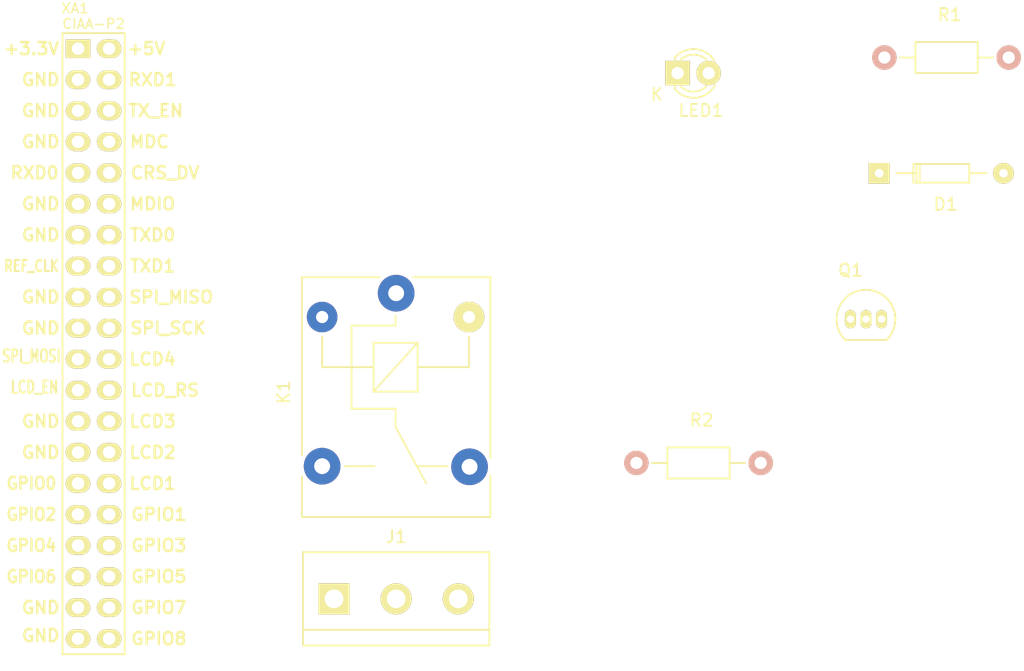
<source format=kicad_pcb>
(kicad_pcb (version 4) (host pcbnew 4.0.2+dfsg1-2~bpo8+1-stable)

  (general
    (links 23)
    (no_connects 23)
    (area 0 0 0 0)
    (thickness 1.6)
    (drawings 0)
    (tracks 0)
    (zones 0)
    (modules 8)
    (nets 10)
  )

  (page A4)
  (layers
    (0 F.Cu signal)
    (31 B.Cu signal)
    (32 B.Adhes user)
    (33 F.Adhes user)
    (34 B.Paste user)
    (35 F.Paste user)
    (36 B.SilkS user)
    (37 F.SilkS user)
    (38 B.Mask user)
    (39 F.Mask user)
    (40 Dwgs.User user)
    (41 Cmts.User user)
    (42 Eco1.User user)
    (43 Eco2.User user)
    (44 Edge.Cuts user)
    (45 Margin user)
    (46 B.CrtYd user)
    (47 F.CrtYd user)
    (48 B.Fab user)
    (49 F.Fab user)
  )

  (setup
    (last_trace_width 0.25)
    (trace_clearance 0.2)
    (zone_clearance 0.508)
    (zone_45_only no)
    (trace_min 0.2)
    (segment_width 0.2)
    (edge_width 0.15)
    (via_size 0.6)
    (via_drill 0.4)
    (via_min_size 0.4)
    (via_min_drill 0.3)
    (uvia_size 0.3)
    (uvia_drill 0.1)
    (uvias_allowed no)
    (uvia_min_size 0.2)
    (uvia_min_drill 0.1)
    (pcb_text_width 0.3)
    (pcb_text_size 1.5 1.5)
    (mod_edge_width 0.15)
    (mod_text_size 1 1)
    (mod_text_width 0.15)
    (pad_size 1.524 1.524)
    (pad_drill 0.762)
    (pad_to_mask_clearance 0.2)
    (aux_axis_origin 0 0)
    (visible_elements FFFFFF7F)
    (pcbplotparams
      (layerselection 0x00030_80000001)
      (usegerberextensions false)
      (excludeedgelayer true)
      (linewidth 0.100000)
      (plotframeref false)
      (viasonmask false)
      (mode 1)
      (useauxorigin false)
      (hpglpennumber 1)
      (hpglpenspeed 20)
      (hpglpendiameter 15)
      (hpglpenoverlay 2)
      (psnegative false)
      (psa4output false)
      (plotreference true)
      (plotvalue true)
      (plotinvisibletext false)
      (padsonsilk false)
      (subtractmaskfromsilk false)
      (outputformat 1)
      (mirror false)
      (drillshape 1)
      (scaleselection 1)
      (outputdirectory ""))
  )

  (net 0 "")
  (net 1 +5VP)
  (net 2 "Net-(J1-Pad1)")
  (net 3 "Net-(J1-Pad2)")
  (net 4 "Net-(J1-Pad3)")
  (net 5 "Net-(LED1-Pad1)")
  (net 6 "Net-(Q1-Pad2)")
  (net 7 GNDD)
  (net 8 "Net-(R1-Pad2)")
  (net 9 "Net-(D1-Pad2)")

  (net_class Default "This is the default net class."
    (clearance 0.2)
    (trace_width 0.25)
    (via_dia 0.6)
    (via_drill 0.4)
    (uvia_dia 0.3)
    (uvia_drill 0.1)
    (add_net +5VP)
    (add_net GNDD)
    (add_net "Net-(D1-Pad2)")
    (add_net "Net-(J1-Pad1)")
    (add_net "Net-(J1-Pad2)")
    (add_net "Net-(J1-Pad3)")
    (add_net "Net-(LED1-Pad1)")
    (add_net "Net-(Q1-Pad2)")
    (add_net "Net-(R1-Pad2)")
  )

  (module footprint:Conn_Poncho_Izquierdo (layer F.Cu) (tedit 5806722E) (tstamp 58067245)
    (at 140 94)
    (tags "CONN Poncho")
    (path /57A7A13C)
    (fp_text reference XA1 (at -0.254 -3.302) (layer F.SilkS)
      (effects (font (size 0.8 0.8) (thickness 0.12)))
    )
    (fp_text value Conn_Poncho2P_2x_20x2 (at 3.175 51.435) (layer F.SilkS) hide
      (effects (font (size 1.016 1.016) (thickness 0.2032)))
    )
    (fp_text user GPIO8 (at 6.604 48.26) (layer F.SilkS)
      (effects (font (size 1 1) (thickness 0.2)))
    )
    (fp_text user GPIO7 (at 6.604 45.72) (layer F.SilkS)
      (effects (font (size 1 1) (thickness 0.2)))
    )
    (fp_text user GPIO5 (at 6.604 43.18) (layer F.SilkS)
      (effects (font (size 1 1) (thickness 0.2)))
    )
    (fp_text user GPIO3 (at 6.604 40.64) (layer F.SilkS)
      (effects (font (size 1 1) (thickness 0.2)))
    )
    (fp_text user GPIO1 (at 6.604 38.1) (layer F.SilkS)
      (effects (font (size 1 1) (thickness 0.2)))
    )
    (fp_text user LCD1 (at 6.096 35.56) (layer F.SilkS)
      (effects (font (size 1 1) (thickness 0.2)))
    )
    (fp_text user LCD2 (at 6.096 33.02) (layer F.SilkS)
      (effects (font (size 1 1) (thickness 0.2)))
    )
    (fp_text user LCD3 (at 6.096 30.48) (layer F.SilkS)
      (effects (font (size 1 1) (thickness 0.2)))
    )
    (fp_text user LCD_RS (at 7.112 27.94) (layer F.SilkS)
      (effects (font (size 1 1) (thickness 0.2)))
    )
    (fp_text user LCD4 (at 6.096 25.4) (layer F.SilkS)
      (effects (font (size 1 1) (thickness 0.2)))
    )
    (fp_text user SPI_SCK (at 7.366 22.86) (layer F.SilkS)
      (effects (font (size 1 1) (thickness 0.2)))
    )
    (fp_text user SPI_MISO (at 7.62 20.32) (layer F.SilkS)
      (effects (font (size 1 1) (thickness 0.2)))
    )
    (fp_text user TXD1 (at 6.096 17.78) (layer F.SilkS)
      (effects (font (size 1 1) (thickness 0.2)))
    )
    (fp_text user TXD0 (at 6.096 15.24) (layer F.SilkS)
      (effects (font (size 1 1) (thickness 0.2)))
    )
    (fp_text user MDIO (at 6.096 12.7) (layer F.SilkS)
      (effects (font (size 1 1) (thickness 0.2)))
    )
    (fp_text user CRS_DV (at 7.112 10.16) (layer F.SilkS)
      (effects (font (size 1 1) (thickness 0.2)))
    )
    (fp_text user MDC (at 5.842 7.62) (layer F.SilkS)
      (effects (font (size 1 1) (thickness 0.2)))
    )
    (fp_text user TX_EN (at 6.35 5.08) (layer F.SilkS)
      (effects (font (size 1 1) (thickness 0.2)))
    )
    (fp_text user RXD1 (at 6.096 2.54) (layer F.SilkS)
      (effects (font (size 1 1) (thickness 0.2)))
    )
    (fp_text user +5V (at 5.588 0) (layer F.SilkS)
      (effects (font (size 1 1) (thickness 0.2)))
    )
    (fp_text user GND (at -3.048 48.006) (layer F.SilkS)
      (effects (font (size 1 1) (thickness 0.2)))
    )
    (fp_text user GND (at -3.048 45.72) (layer F.SilkS)
      (effects (font (size 1 1) (thickness 0.2)))
    )
    (fp_text user GPIO6 (at -3.81 43.18) (layer F.SilkS)
      (effects (font (size 1 0.9) (thickness 0.2)))
    )
    (fp_text user GPIO4 (at -3.81 40.64) (layer F.SilkS)
      (effects (font (size 1 0.9) (thickness 0.2)))
    )
    (fp_text user GPIO2 (at -3.81 38.1) (layer F.SilkS)
      (effects (font (size 1 0.9) (thickness 0.2)))
    )
    (fp_text user GPIO0 (at -3.81 35.56) (layer F.SilkS)
      (effects (font (size 1 0.9) (thickness 0.2)))
    )
    (fp_text user GND (at -3.048 33.02) (layer F.SilkS)
      (effects (font (size 1 1) (thickness 0.2)))
    )
    (fp_text user GND (at -3.048 30.48) (layer F.SilkS)
      (effects (font (size 1 1) (thickness 0.2)))
    )
    (fp_text user LCD_EN (at -3.556 27.686) (layer F.SilkS)
      (effects (font (size 1 0.7) (thickness 0.17)))
    )
    (fp_text user SPI_MOSI (at -3.81 25.146) (layer F.SilkS)
      (effects (font (size 1 0.7) (thickness 0.17)))
    )
    (fp_text user GND (at -3.048 22.86) (layer F.SilkS)
      (effects (font (size 1 1) (thickness 0.2)))
    )
    (fp_text user GND (at -3.048 20.32) (layer F.SilkS)
      (effects (font (size 1 1) (thickness 0.2)))
    )
    (fp_text user REF_CLK (at -3.81 17.78) (layer F.SilkS)
      (effects (font (size 0.9 0.7) (thickness 0.175)))
    )
    (fp_text user GND (at -3.048 15.24) (layer F.SilkS)
      (effects (font (size 1 1) (thickness 0.2)))
    )
    (fp_text user GND (at -3.048 12.7) (layer F.SilkS)
      (effects (font (size 1 1) (thickness 0.2)))
    )
    (fp_text user GND (at -3.048 7.62) (layer F.SilkS)
      (effects (font (size 1 1) (thickness 0.2)))
    )
    (fp_text user RXD0 (at -3.556 10.16) (layer F.SilkS)
      (effects (font (size 1 1) (thickness 0.2)))
    )
    (fp_text user GND (at -3.048 5.08) (layer F.SilkS)
      (effects (font (size 1 1) (thickness 0.2)))
    )
    (fp_text user GND (at -3.048 2.54) (layer F.SilkS)
      (effects (font (size 1 1) (thickness 0.2)))
    )
    (fp_text user +3.3V (at -3.81 0) (layer F.SilkS)
      (effects (font (size 1 1) (thickness 0.2)))
    )
    (fp_text user CIAA-P2 (at 1.27 -2.032) (layer F.SilkS)
      (effects (font (size 0.8 0.8) (thickness 0.12)))
    )
    (fp_line (start -1.27 0) (end -1.27 -1.27) (layer F.SilkS) (width 0.15))
    (fp_line (start -1.27 -1.27) (end 3.81 -1.27) (layer F.SilkS) (width 0.15))
    (fp_line (start 3.81 -1.27) (end 3.81 49.53) (layer F.SilkS) (width 0.15))
    (fp_line (start 3.81 49.53) (end -1.27 49.53) (layer F.SilkS) (width 0.15))
    (fp_line (start -1.27 49.53) (end -1.27 0) (layer F.SilkS) (width 0.15))
    (pad 41 thru_hole rect (at 0 0 270) (size 1.524 2) (drill 1.016) (layers *.Cu *.Mask F.SilkS))
    (pad 42 thru_hole oval (at 2.54 0 270) (size 1.524 2) (drill 1.016) (layers *.Cu *.Mask F.SilkS)
      (net 1 +5VP))
    (pad 43 thru_hole oval (at 0 2.54 270) (size 1.524 2) (drill 1.016) (layers *.Cu *.Mask F.SilkS)
      (net 7 GNDD))
    (pad 44 thru_hole oval (at 2.54 2.54 270) (size 1.524 2) (drill 1.016) (layers *.Cu *.Mask F.SilkS))
    (pad 45 thru_hole oval (at 0 5.08 270) (size 1.524 2) (drill 1.016) (layers *.Cu *.Mask F.SilkS)
      (net 7 GNDD))
    (pad 46 thru_hole oval (at 2.54 5.08 270) (size 1.524 2) (drill 1.016) (layers *.Cu *.Mask F.SilkS))
    (pad 47 thru_hole oval (at 0 7.62 270) (size 1.524 2) (drill 1.016) (layers *.Cu *.Mask F.SilkS)
      (net 7 GNDD))
    (pad 48 thru_hole oval (at 2.54 7.62 270) (size 1.524 2) (drill 1.016) (layers *.Cu *.Mask F.SilkS))
    (pad 49 thru_hole oval (at 0 10.16 270) (size 1.524 2) (drill 1.016) (layers *.Cu *.Mask F.SilkS))
    (pad 50 thru_hole oval (at 2.54 10.16 270) (size 1.524 2) (drill 1.016) (layers *.Cu *.Mask F.SilkS))
    (pad 51 thru_hole oval (at 0 12.7 270) (size 1.524 2) (drill 1.016) (layers *.Cu *.Mask F.SilkS)
      (net 7 GNDD))
    (pad 52 thru_hole oval (at 2.54 12.7 270) (size 1.524 2) (drill 1.016) (layers *.Cu *.Mask F.SilkS))
    (pad 53 thru_hole oval (at 0 15.24 270) (size 1.524 2) (drill 1.016) (layers *.Cu *.Mask F.SilkS)
      (net 7 GNDD))
    (pad 54 thru_hole oval (at 2.54 15.24 270) (size 1.524 2) (drill 1.016) (layers *.Cu *.Mask F.SilkS))
    (pad 55 thru_hole oval (at 0 17.78 270) (size 1.524 2) (drill 1.016) (layers *.Cu *.Mask F.SilkS))
    (pad 56 thru_hole oval (at 2.54 17.78 270) (size 1.524 2) (drill 1.016) (layers *.Cu *.Mask F.SilkS))
    (pad 57 thru_hole oval (at 0 20.32 270) (size 1.524 2) (drill 1.016) (layers *.Cu *.Mask F.SilkS)
      (net 7 GNDD))
    (pad 58 thru_hole oval (at 2.54 20.32 270) (size 1.524 2) (drill 1.016) (layers *.Cu *.Mask F.SilkS))
    (pad 59 thru_hole oval (at 0 22.86 270) (size 1.524 2) (drill 1.016) (layers *.Cu *.Mask F.SilkS)
      (net 7 GNDD))
    (pad 60 thru_hole oval (at 2.54 22.86 270) (size 1.524 2) (drill 1.016) (layers *.Cu *.Mask F.SilkS))
    (pad 61 thru_hole oval (at 0 25.4 270) (size 1.524 2) (drill 1.016) (layers *.Cu *.Mask F.SilkS))
    (pad 62 thru_hole oval (at 2.54 25.4 270) (size 1.524 2) (drill 1.016) (layers *.Cu *.Mask F.SilkS))
    (pad 63 thru_hole oval (at 0 27.94 270) (size 1.524 2) (drill 1.016) (layers *.Cu *.Mask F.SilkS))
    (pad 64 thru_hole oval (at 2.54 27.94 270) (size 1.524 2) (drill 1.016) (layers *.Cu *.Mask F.SilkS))
    (pad 65 thru_hole oval (at 0 30.48 270) (size 1.524 2) (drill 1.016) (layers *.Cu *.Mask F.SilkS)
      (net 7 GNDD))
    (pad 66 thru_hole oval (at 2.54 30.48 270) (size 1.524 2) (drill 1.016) (layers *.Cu *.Mask F.SilkS))
    (pad 67 thru_hole oval (at 0 33.02 270) (size 1.524 2) (drill 1.016) (layers *.Cu *.Mask F.SilkS)
      (net 7 GNDD))
    (pad 68 thru_hole oval (at 2.54 33.02 270) (size 1.524 2) (drill 1.016) (layers *.Cu *.Mask F.SilkS))
    (pad 69 thru_hole oval (at 0 35.56 270) (size 1.524 2) (drill 1.016) (layers *.Cu *.Mask F.SilkS))
    (pad 70 thru_hole oval (at 2.54 35.56 270) (size 1.524 2) (drill 1.016) (layers *.Cu *.Mask F.SilkS))
    (pad 71 thru_hole oval (at 0 38.1 270) (size 1.524 2) (drill 1.016) (layers *.Cu *.Mask F.SilkS))
    (pad 72 thru_hole oval (at 2.54 38.1 270) (size 1.524 2) (drill 1.016) (layers *.Cu *.Mask F.SilkS)
      (net 8 "Net-(R1-Pad2)"))
    (pad 73 thru_hole oval (at 0 40.64 270) (size 1.524 2) (drill 1.016) (layers *.Cu *.Mask F.SilkS))
    (pad 74 thru_hole oval (at 2.54 40.64 270) (size 1.524 2) (drill 1.016) (layers *.Cu *.Mask F.SilkS))
    (pad 75 thru_hole oval (at 0 43.18 270) (size 1.524 2) (drill 1.016) (layers *.Cu *.Mask F.SilkS))
    (pad 76 thru_hole oval (at 2.54 43.18 270) (size 1.524 2) (drill 1.016) (layers *.Cu *.Mask F.SilkS))
    (pad 77 thru_hole oval (at 0 45.72 270) (size 1.524 2) (drill 1.016) (layers *.Cu *.Mask F.SilkS)
      (net 7 GNDD))
    (pad 78 thru_hole oval (at 2.54 45.72 270) (size 1.524 2) (drill 1.016) (layers *.Cu *.Mask F.SilkS))
    (pad 79 thru_hole oval (at 0 48.26 270) (size 1.524 2) (drill 1.016) (layers *.Cu *.Mask F.SilkS)
      (net 7 GNDD))
    (pad 80 thru_hole oval (at 2.54 48.26 270) (size 1.524 2) (drill 1.016) (layers *.Cu *.Mask F.SilkS))
  )

  (module Diodes_ThroughHole:Diode_DO-35_SOD27_Horizontal_RM10 (layer F.Cu) (tedit 552FFC30) (tstamp 580671F0)
    (at 205.47911 104.19354)
    (descr "Diode, DO-35,  SOD27, Horizontal, RM 10mm")
    (tags "Diode, DO-35, SOD27, Horizontal, RM 10mm, 1N4148,")
    (path /57A98FED)
    (fp_text reference D1 (at 5.43052 2.53746) (layer F.SilkS)
      (effects (font (size 1 1) (thickness 0.15)))
    )
    (fp_text value 1N4148 (at 4.41452 -3.55854) (layer F.Fab)
      (effects (font (size 1 1) (thickness 0.15)))
    )
    (fp_line (start 7.36652 -0.00254) (end 8.76352 -0.00254) (layer F.SilkS) (width 0.15))
    (fp_line (start 2.92152 -0.00254) (end 1.39752 -0.00254) (layer F.SilkS) (width 0.15))
    (fp_line (start 3.30252 -0.76454) (end 3.30252 0.75946) (layer F.SilkS) (width 0.15))
    (fp_line (start 3.04852 -0.76454) (end 3.04852 0.75946) (layer F.SilkS) (width 0.15))
    (fp_line (start 2.79452 -0.00254) (end 2.79452 0.75946) (layer F.SilkS) (width 0.15))
    (fp_line (start 2.79452 0.75946) (end 7.36652 0.75946) (layer F.SilkS) (width 0.15))
    (fp_line (start 7.36652 0.75946) (end 7.36652 -0.76454) (layer F.SilkS) (width 0.15))
    (fp_line (start 7.36652 -0.76454) (end 2.79452 -0.76454) (layer F.SilkS) (width 0.15))
    (fp_line (start 2.79452 -0.76454) (end 2.79452 -0.00254) (layer F.SilkS) (width 0.15))
    (pad 2 thru_hole circle (at 10.16052 -0.00254 180) (size 1.69926 1.69926) (drill 0.70104) (layers *.Cu *.Mask F.SilkS)
      (net 9 "Net-(D1-Pad2)"))
    (pad 1 thru_hole rect (at 0.00052 -0.00254 180) (size 1.69926 1.69926) (drill 0.70104) (layers *.Cu *.Mask F.SilkS)
      (net 1 +5VP))
    (model Diodes_ThroughHole.3dshapes/Diode_DO-35_SOD27_Horizontal_RM10.wrl
      (at (xyz 0.2 0 0))
      (scale (xyz 0.4 0.4 0.4))
      (rotate (xyz 0 0 180))
    )
  )

  (module Connect:bornier3 (layer F.Cu) (tedit 0) (tstamp 580671F7)
    (at 166 139)
    (descr "Bornier d'alimentation 3 pins")
    (tags DEV)
    (path /57A99504)
    (fp_text reference J1 (at 0 -5.08) (layer F.SilkS)
      (effects (font (size 1 1) (thickness 0.15)))
    )
    (fp_text value TB_1X3 (at 0 5.08) (layer F.Fab)
      (effects (font (size 1 1) (thickness 0.15)))
    )
    (fp_line (start -7.62 3.81) (end -7.62 -3.81) (layer F.SilkS) (width 0.15))
    (fp_line (start 7.62 3.81) (end 7.62 -3.81) (layer F.SilkS) (width 0.15))
    (fp_line (start -7.62 2.54) (end 7.62 2.54) (layer F.SilkS) (width 0.15))
    (fp_line (start -7.62 -3.81) (end 7.62 -3.81) (layer F.SilkS) (width 0.15))
    (fp_line (start -7.62 3.81) (end 7.62 3.81) (layer F.SilkS) (width 0.15))
    (pad 1 thru_hole rect (at -5.08 0) (size 2.54 2.54) (drill 1.524) (layers *.Cu *.Mask F.SilkS)
      (net 2 "Net-(J1-Pad1)"))
    (pad 2 thru_hole circle (at 0 0) (size 2.54 2.54) (drill 1.524) (layers *.Cu *.Mask F.SilkS)
      (net 3 "Net-(J1-Pad2)"))
    (pad 3 thru_hole circle (at 5.08 0) (size 2.54 2.54) (drill 1.524) (layers *.Cu *.Mask F.SilkS)
      (net 4 "Net-(J1-Pad3)"))
    (model Connect.3dshapes/bornier3.wrl
      (at (xyz 0 0 0))
      (scale (xyz 1 1 1))
      (rotate (xyz 0 0 0))
    )
  )

  (module Relays_ThroughHole:Relay_SANYOU_SRD_Series_Form_C (layer F.Cu) (tedit 5418D3EA) (tstamp 58067200)
    (at 166 114 270)
    (descr "relay, Sanyou SRD series Form C")
    (path /57A99375)
    (fp_text reference K1 (at 8.1 9.2 270) (layer F.SilkS)
      (effects (font (size 1 1) (thickness 0.15)))
    )
    (fp_text value RELAY_C (at 8 -9.6 270) (layer F.Fab)
      (effects (font (size 1 1) (thickness 0.15)))
    )
    (fp_line (start 15 7.7) (end 18.3 7.7) (layer F.SilkS) (width 0.15))
    (fp_line (start 18.3 7.7) (end 18.3 -7.7) (layer F.SilkS) (width 0.15))
    (fp_line (start 18.3 -7.7) (end 14.95 -7.7) (layer F.SilkS) (width 0.15))
    (fp_line (start -1.3 1.35) (end -1.3 7.7) (layer F.SilkS) (width 0.15))
    (fp_line (start -1.3 7.7) (end 13.25 7.7) (layer F.SilkS) (width 0.15))
    (fp_line (start -1.3 -1.4) (end -1.3 -7.7) (layer F.SilkS) (width 0.15))
    (fp_line (start -1.3 -7.7) (end 13.45 -7.7) (layer F.SilkS) (width 0.15))
    (fp_line (start -1.3 -7.65) (end -1.3 -1.4) (layer F.SilkS) (width 0.15))
    (fp_line (start 14.15 4.2) (end 14.15 1.75) (layer F.SilkS) (width 0.15))
    (fp_line (start 14.15 -4.2) (end 14.15 -1.7) (layer F.SilkS) (width 0.15))
    (fp_line (start 3.55 6.05) (end 6.05 6.05) (layer F.SilkS) (width 0.15))
    (fp_line (start 2.65 0.05) (end 1.85 0.05) (layer F.SilkS) (width 0.15))
    (fp_line (start 6.05 -5.95) (end 3.55 -5.95) (layer F.SilkS) (width 0.15))
    (fp_line (start 9.45 0.05) (end 10.95 0.05) (layer F.SilkS) (width 0.15))
    (fp_line (start 10.95 0.05) (end 15.55 -2.45) (layer F.SilkS) (width 0.15))
    (fp_line (start 9.45 3.65) (end 2.65 3.65) (layer F.SilkS) (width 0.15))
    (fp_line (start 9.45 0.05) (end 9.45 3.65) (layer F.SilkS) (width 0.15))
    (fp_line (start 2.65 0.05) (end 2.65 3.65) (layer F.SilkS) (width 0.15))
    (fp_line (start 6.05 -5.95) (end 6.05 -1.75) (layer F.SilkS) (width 0.15))
    (fp_line (start 6.05 1.85) (end 6.05 6.05) (layer F.SilkS) (width 0.15))
    (fp_line (start 8.05 1.85) (end 4.05 -1.75) (layer F.SilkS) (width 0.15))
    (fp_line (start 4.05 1.85) (end 4.05 -1.75) (layer F.SilkS) (width 0.15))
    (fp_line (start 4.05 -1.75) (end 8.05 -1.75) (layer F.SilkS) (width 0.15))
    (fp_line (start 8.05 -1.75) (end 8.05 1.85) (layer F.SilkS) (width 0.15))
    (fp_line (start 8.05 1.85) (end 4.05 1.85) (layer F.SilkS) (width 0.15))
    (pad 2 thru_hole circle (at 1.95 6.05) (size 2.5 2.5) (drill 1) (layers *.Cu *.Mask)
      (net 9 "Net-(D1-Pad2)"))
    (pad 3 thru_hole circle (at 14.15 6.05) (size 3 3) (drill 1.3) (layers *.Cu *.Mask)
      (net 3 "Net-(J1-Pad2)"))
    (pad 4 thru_hole circle (at 14.2 -6) (size 3 3) (drill 1.3) (layers *.Cu *.Mask)
      (net 4 "Net-(J1-Pad3)"))
    (pad 5 thru_hole circle (at 1.95 -5.95) (size 2.5 2.5) (drill 1) (layers *.Cu *.Mask F.SilkS)
      (net 1 +5VP))
    (pad 1 thru_hole circle (at 0 0) (size 3 3) (drill 1.3) (layers *.Cu *.Mask)
      (net 2 "Net-(J1-Pad1)"))
    (model Relays_ThroughHole.3dshapes/Relay_SANYOU_SRD_Series_Form_C.wrl
      (at (xyz 0 0 0))
      (scale (xyz 1 1 1))
      (rotate (xyz 0 0 0))
    )
  )

  (module LEDs:LED-3MM (layer F.Cu) (tedit 559B82F6) (tstamp 58067206)
    (at 189 96)
    (descr "LED 3mm round vertical")
    (tags "LED  3mm round vertical")
    (path /57A98D62)
    (fp_text reference LED1 (at 1.91 3.06) (layer F.SilkS)
      (effects (font (size 1 1) (thickness 0.15)))
    )
    (fp_text value LED (at 1.3 -2.9) (layer F.Fab)
      (effects (font (size 1 1) (thickness 0.15)))
    )
    (fp_line (start -1.2 2.3) (end 3.8 2.3) (layer F.CrtYd) (width 0.05))
    (fp_line (start 3.8 2.3) (end 3.8 -2.2) (layer F.CrtYd) (width 0.05))
    (fp_line (start 3.8 -2.2) (end -1.2 -2.2) (layer F.CrtYd) (width 0.05))
    (fp_line (start -1.2 -2.2) (end -1.2 2.3) (layer F.CrtYd) (width 0.05))
    (fp_line (start -0.199 1.314) (end -0.199 1.114) (layer F.SilkS) (width 0.15))
    (fp_line (start -0.199 -1.28) (end -0.199 -1.1) (layer F.SilkS) (width 0.15))
    (fp_arc (start 1.301 0.034) (end -0.199 -1.286) (angle 108.5) (layer F.SilkS) (width 0.15))
    (fp_arc (start 1.301 0.034) (end 0.25 -1.1) (angle 85.7) (layer F.SilkS) (width 0.15))
    (fp_arc (start 1.311 0.034) (end 3.051 0.994) (angle 110) (layer F.SilkS) (width 0.15))
    (fp_arc (start 1.301 0.034) (end 2.335 1.094) (angle 87.5) (layer F.SilkS) (width 0.15))
    (fp_text user K (at -1.69 1.74) (layer F.SilkS)
      (effects (font (size 1 1) (thickness 0.15)))
    )
    (pad 1 thru_hole rect (at 0 0 90) (size 2 2) (drill 1.00076) (layers *.Cu *.Mask F.SilkS)
      (net 5 "Net-(LED1-Pad1)"))
    (pad 2 thru_hole circle (at 2.54 0) (size 2 2) (drill 1.00076) (layers *.Cu *.Mask F.SilkS)
      (net 1 +5VP))
    (model LEDs.3dshapes/LED-3MM.wrl
      (at (xyz 0.05 0 0))
      (scale (xyz 1 1 1))
      (rotate (xyz 0 0 90))
    )
  )

  (module TO_SOT_Packages_THT:TO-92_Inline_Narrow_Oval (layer F.Cu) (tedit 54F24281) (tstamp 5806720D)
    (at 203.129762 116.125)
    (descr "TO-92 leads in-line, narrow, oval pads, drill 0.6mm (see NXP sot054_po.pdf)")
    (tags "to-92 sc-43 sc-43a sot54 PA33 transistor")
    (path /57A98AC9)
    (fp_text reference Q1 (at 0 -4) (layer F.SilkS)
      (effects (font (size 1 1) (thickness 0.15)))
    )
    (fp_text value 2N3904 (at 0 3) (layer F.Fab)
      (effects (font (size 1 1) (thickness 0.15)))
    )
    (fp_line (start -1.4 1.95) (end -1.4 -2.65) (layer F.CrtYd) (width 0.05))
    (fp_line (start -1.4 1.95) (end 3.95 1.95) (layer F.CrtYd) (width 0.05))
    (fp_line (start -0.43 1.7) (end 2.97 1.7) (layer F.SilkS) (width 0.15))
    (fp_arc (start 1.27 0) (end 1.27 -2.4) (angle -135) (layer F.SilkS) (width 0.15))
    (fp_arc (start 1.27 0) (end 1.27 -2.4) (angle 135) (layer F.SilkS) (width 0.15))
    (fp_line (start -1.4 -2.65) (end 3.95 -2.65) (layer F.CrtYd) (width 0.05))
    (fp_line (start 3.95 1.95) (end 3.95 -2.65) (layer F.CrtYd) (width 0.05))
    (pad 2 thru_hole oval (at 1.27 0 180) (size 0.89916 1.50114) (drill 0.6) (layers *.Cu *.Mask F.SilkS)
      (net 6 "Net-(Q1-Pad2)"))
    (pad 3 thru_hole oval (at 2.54 0 180) (size 0.89916 1.50114) (drill 0.6) (layers *.Cu *.Mask F.SilkS)
      (net 9 "Net-(D1-Pad2)"))
    (pad 1 thru_hole oval (at 0 0 180) (size 0.89916 1.50114) (drill 0.6) (layers *.Cu *.Mask F.SilkS)
      (net 7 GNDD))
    (model TO_SOT_Packages_THT.3dshapes/TO-92_Inline_Narrow_Oval.wrl
      (at (xyz 0.05 0 0))
      (scale (xyz 1 1 1))
      (rotate (xyz 0 0 -90))
    )
  )

  (module Resistors_ThroughHole:Resistor_Horizontal_RM10mm (layer F.Cu) (tedit 56648415) (tstamp 58067213)
    (at 205.905001 94.72512)
    (descr "Resistor, Axial,  RM 10mm, 1/3W")
    (tags "Resistor Axial RM 10mm 1/3W")
    (path /57A99A1E)
    (fp_text reference R1 (at 5.32892 -3.50012) (layer F.SilkS)
      (effects (font (size 1 1) (thickness 0.15)))
    )
    (fp_text value 2K7 (at 5.08 3.81) (layer F.Fab)
      (effects (font (size 1 1) (thickness 0.15)))
    )
    (fp_line (start -1.25 -1.5) (end 11.4 -1.5) (layer F.CrtYd) (width 0.05))
    (fp_line (start -1.25 1.5) (end -1.25 -1.5) (layer F.CrtYd) (width 0.05))
    (fp_line (start 11.4 -1.5) (end 11.4 1.5) (layer F.CrtYd) (width 0.05))
    (fp_line (start -1.25 1.5) (end 11.4 1.5) (layer F.CrtYd) (width 0.05))
    (fp_line (start 2.54 -1.27) (end 7.62 -1.27) (layer F.SilkS) (width 0.15))
    (fp_line (start 7.62 -1.27) (end 7.62 1.27) (layer F.SilkS) (width 0.15))
    (fp_line (start 7.62 1.27) (end 2.54 1.27) (layer F.SilkS) (width 0.15))
    (fp_line (start 2.54 1.27) (end 2.54 -1.27) (layer F.SilkS) (width 0.15))
    (fp_line (start 2.54 0) (end 1.27 0) (layer F.SilkS) (width 0.15))
    (fp_line (start 7.62 0) (end 8.89 0) (layer F.SilkS) (width 0.15))
    (pad 1 thru_hole circle (at 0 0) (size 1.99898 1.99898) (drill 1.00076) (layers *.Cu *.SilkS *.Mask)
      (net 6 "Net-(Q1-Pad2)"))
    (pad 2 thru_hole circle (at 10.16 0) (size 1.99898 1.99898) (drill 1.00076) (layers *.Cu *.SilkS *.Mask)
      (net 8 "Net-(R1-Pad2)"))
    (model Resistors_ThroughHole.3dshapes/Resistor_Horizontal_RM10mm.wrl
      (at (xyz 0.2 0 0))
      (scale (xyz 0.4 0.4 0.4))
      (rotate (xyz 0 0 0))
    )
  )

  (module Resistors_ThroughHole:Resistor_Horizontal_RM10mm (layer F.Cu) (tedit 56648415) (tstamp 58067219)
    (at 185.635001 127.88512)
    (descr "Resistor, Axial,  RM 10mm, 1/3W")
    (tags "Resistor Axial RM 10mm 1/3W")
    (path /57A99D8A)
    (fp_text reference R2 (at 5.32892 -3.50012) (layer F.SilkS)
      (effects (font (size 1 1) (thickness 0.15)))
    )
    (fp_text value 330R (at 5.08 3.81) (layer F.Fab)
      (effects (font (size 1 1) (thickness 0.15)))
    )
    (fp_line (start -1.25 -1.5) (end 11.4 -1.5) (layer F.CrtYd) (width 0.05))
    (fp_line (start -1.25 1.5) (end -1.25 -1.5) (layer F.CrtYd) (width 0.05))
    (fp_line (start 11.4 -1.5) (end 11.4 1.5) (layer F.CrtYd) (width 0.05))
    (fp_line (start -1.25 1.5) (end 11.4 1.5) (layer F.CrtYd) (width 0.05))
    (fp_line (start 2.54 -1.27) (end 7.62 -1.27) (layer F.SilkS) (width 0.15))
    (fp_line (start 7.62 -1.27) (end 7.62 1.27) (layer F.SilkS) (width 0.15))
    (fp_line (start 7.62 1.27) (end 2.54 1.27) (layer F.SilkS) (width 0.15))
    (fp_line (start 2.54 1.27) (end 2.54 -1.27) (layer F.SilkS) (width 0.15))
    (fp_line (start 2.54 0) (end 1.27 0) (layer F.SilkS) (width 0.15))
    (fp_line (start 7.62 0) (end 8.89 0) (layer F.SilkS) (width 0.15))
    (pad 1 thru_hole circle (at 0 0) (size 1.99898 1.99898) (drill 1.00076) (layers *.Cu *.SilkS *.Mask)
      (net 5 "Net-(LED1-Pad1)"))
    (pad 2 thru_hole circle (at 10.16 0) (size 1.99898 1.99898) (drill 1.00076) (layers *.Cu *.SilkS *.Mask)
      (net 9 "Net-(D1-Pad2)"))
    (model Resistors_ThroughHole.3dshapes/Resistor_Horizontal_RM10mm.wrl
      (at (xyz 0.2 0 0))
      (scale (xyz 0.4 0.4 0.4))
      (rotate (xyz 0 0 0))
    )
  )

)

</source>
